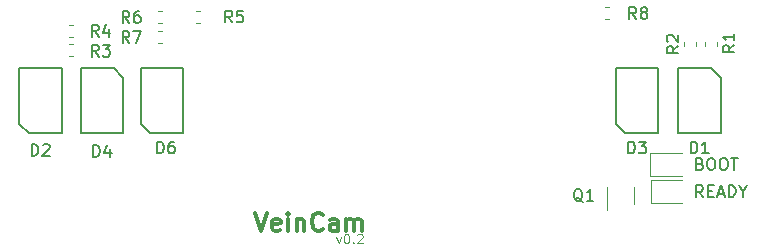
<source format=gto>
G04 #@! TF.GenerationSoftware,KiCad,Pcbnew,(5.1.0)-1*
G04 #@! TF.CreationDate,2019-03-23T08:53:22+11:00*
G04 #@! TF.ProjectId,VeinCamHatZero,5665696e-4361-46d4-9861-745a65726f2e,rev?*
G04 #@! TF.SameCoordinates,Original*
G04 #@! TF.FileFunction,Legend,Top*
G04 #@! TF.FilePolarity,Positive*
%FSLAX46Y46*%
G04 Gerber Fmt 4.6, Leading zero omitted, Abs format (unit mm)*
G04 Created by KiCad (PCBNEW (5.1.0)-1) date 2019-03-23 08:53:22*
%MOMM*%
%LPD*%
G04 APERTURE LIST*
%ADD10C,0.120000*%
%ADD11C,0.300000*%
%ADD12C,0.200000*%
%ADD13C,0.150000*%
G04 APERTURE END LIST*
D10*
X233557142Y-91528571D02*
X233747619Y-92061904D01*
X233938095Y-91528571D01*
X234395238Y-91261904D02*
X234471428Y-91261904D01*
X234547619Y-91300000D01*
X234585714Y-91338095D01*
X234623809Y-91414285D01*
X234661904Y-91566666D01*
X234661904Y-91757142D01*
X234623809Y-91909523D01*
X234585714Y-91985714D01*
X234547619Y-92023809D01*
X234471428Y-92061904D01*
X234395238Y-92061904D01*
X234319047Y-92023809D01*
X234280952Y-91985714D01*
X234242857Y-91909523D01*
X234204761Y-91757142D01*
X234204761Y-91566666D01*
X234242857Y-91414285D01*
X234280952Y-91338095D01*
X234319047Y-91300000D01*
X234395238Y-91261904D01*
X235004761Y-91985714D02*
X235042857Y-92023809D01*
X235004761Y-92061904D01*
X234966666Y-92023809D01*
X235004761Y-91985714D01*
X235004761Y-92061904D01*
X235347619Y-91338095D02*
X235385714Y-91300000D01*
X235461904Y-91261904D01*
X235652380Y-91261904D01*
X235728571Y-91300000D01*
X235766666Y-91338095D01*
X235804761Y-91414285D01*
X235804761Y-91490476D01*
X235766666Y-91604761D01*
X235309523Y-92061904D01*
X235804761Y-92061904D01*
D11*
X226692857Y-89478571D02*
X227192857Y-90978571D01*
X227692857Y-89478571D01*
X228764285Y-90907142D02*
X228621428Y-90978571D01*
X228335714Y-90978571D01*
X228192857Y-90907142D01*
X228121428Y-90764285D01*
X228121428Y-90192857D01*
X228192857Y-90050000D01*
X228335714Y-89978571D01*
X228621428Y-89978571D01*
X228764285Y-90050000D01*
X228835714Y-90192857D01*
X228835714Y-90335714D01*
X228121428Y-90478571D01*
X229478571Y-90978571D02*
X229478571Y-89978571D01*
X229478571Y-89478571D02*
X229407142Y-89550000D01*
X229478571Y-89621428D01*
X229550000Y-89550000D01*
X229478571Y-89478571D01*
X229478571Y-89621428D01*
X230192857Y-89978571D02*
X230192857Y-90978571D01*
X230192857Y-90121428D02*
X230264285Y-90050000D01*
X230407142Y-89978571D01*
X230621428Y-89978571D01*
X230764285Y-90050000D01*
X230835714Y-90192857D01*
X230835714Y-90978571D01*
X232407142Y-90835714D02*
X232335714Y-90907142D01*
X232121428Y-90978571D01*
X231978571Y-90978571D01*
X231764285Y-90907142D01*
X231621428Y-90764285D01*
X231550000Y-90621428D01*
X231478571Y-90335714D01*
X231478571Y-90121428D01*
X231550000Y-89835714D01*
X231621428Y-89692857D01*
X231764285Y-89550000D01*
X231978571Y-89478571D01*
X232121428Y-89478571D01*
X232335714Y-89550000D01*
X232407142Y-89621428D01*
X233692857Y-90978571D02*
X233692857Y-90192857D01*
X233621428Y-90050000D01*
X233478571Y-89978571D01*
X233192857Y-89978571D01*
X233050000Y-90050000D01*
X233692857Y-90907142D02*
X233550000Y-90978571D01*
X233192857Y-90978571D01*
X233050000Y-90907142D01*
X232978571Y-90764285D01*
X232978571Y-90621428D01*
X233050000Y-90478571D01*
X233192857Y-90407142D01*
X233550000Y-90407142D01*
X233692857Y-90335714D01*
X234407142Y-90978571D02*
X234407142Y-89978571D01*
X234407142Y-90121428D02*
X234478571Y-90050000D01*
X234621428Y-89978571D01*
X234835714Y-89978571D01*
X234978571Y-90050000D01*
X235050000Y-90192857D01*
X235050000Y-90978571D01*
X235050000Y-90192857D02*
X235121428Y-90050000D01*
X235264285Y-89978571D01*
X235478571Y-89978571D01*
X235621428Y-90050000D01*
X235692857Y-90192857D01*
X235692857Y-90978571D01*
D12*
X264342857Y-85328571D02*
X264485714Y-85376190D01*
X264533333Y-85423809D01*
X264580952Y-85519047D01*
X264580952Y-85661904D01*
X264533333Y-85757142D01*
X264485714Y-85804761D01*
X264390476Y-85852380D01*
X264009523Y-85852380D01*
X264009523Y-84852380D01*
X264342857Y-84852380D01*
X264438095Y-84900000D01*
X264485714Y-84947619D01*
X264533333Y-85042857D01*
X264533333Y-85138095D01*
X264485714Y-85233333D01*
X264438095Y-85280952D01*
X264342857Y-85328571D01*
X264009523Y-85328571D01*
X265200000Y-84852380D02*
X265390476Y-84852380D01*
X265485714Y-84900000D01*
X265580952Y-84995238D01*
X265628571Y-85185714D01*
X265628571Y-85519047D01*
X265580952Y-85709523D01*
X265485714Y-85804761D01*
X265390476Y-85852380D01*
X265200000Y-85852380D01*
X265104761Y-85804761D01*
X265009523Y-85709523D01*
X264961904Y-85519047D01*
X264961904Y-85185714D01*
X265009523Y-84995238D01*
X265104761Y-84900000D01*
X265200000Y-84852380D01*
X266247619Y-84852380D02*
X266438095Y-84852380D01*
X266533333Y-84900000D01*
X266628571Y-84995238D01*
X266676190Y-85185714D01*
X266676190Y-85519047D01*
X266628571Y-85709523D01*
X266533333Y-85804761D01*
X266438095Y-85852380D01*
X266247619Y-85852380D01*
X266152380Y-85804761D01*
X266057142Y-85709523D01*
X266009523Y-85519047D01*
X266009523Y-85185714D01*
X266057142Y-84995238D01*
X266152380Y-84900000D01*
X266247619Y-84852380D01*
X266961904Y-84852380D02*
X267533333Y-84852380D01*
X267247619Y-85852380D02*
X267247619Y-84852380D01*
X264600000Y-88152380D02*
X264266666Y-87676190D01*
X264028571Y-88152380D02*
X264028571Y-87152380D01*
X264409523Y-87152380D01*
X264504761Y-87200000D01*
X264552380Y-87247619D01*
X264600000Y-87342857D01*
X264600000Y-87485714D01*
X264552380Y-87580952D01*
X264504761Y-87628571D01*
X264409523Y-87676190D01*
X264028571Y-87676190D01*
X265028571Y-87628571D02*
X265361904Y-87628571D01*
X265504761Y-88152380D02*
X265028571Y-88152380D01*
X265028571Y-87152380D01*
X265504761Y-87152380D01*
X265885714Y-87866666D02*
X266361904Y-87866666D01*
X265790476Y-88152380D02*
X266123809Y-87152380D01*
X266457142Y-88152380D01*
X266790476Y-88152380D02*
X266790476Y-87152380D01*
X267028571Y-87152380D01*
X267171428Y-87200000D01*
X267266666Y-87295238D01*
X267314285Y-87390476D01*
X267361904Y-87580952D01*
X267361904Y-87723809D01*
X267314285Y-87914285D01*
X267266666Y-88009523D01*
X267171428Y-88104761D01*
X267028571Y-88152380D01*
X266790476Y-88152380D01*
X267980952Y-87676190D02*
X267980952Y-88152380D01*
X267647619Y-87152380D02*
X267980952Y-87676190D01*
X268314285Y-87152380D01*
D10*
X262845001Y-86730001D02*
X260160001Y-86730001D01*
X260160001Y-86730001D02*
X260160001Y-88650001D01*
X260160001Y-88650001D02*
X262845001Y-88650001D01*
X260115000Y-86360000D02*
X262800000Y-86360000D01*
X260115000Y-84440000D02*
X260115000Y-86360000D01*
X262800000Y-84440000D02*
X260115000Y-84440000D01*
X256440000Y-87300000D02*
X256440000Y-89200000D01*
X258760000Y-88700000D02*
X258760000Y-87300000D01*
X264790000Y-75362779D02*
X264790000Y-75037221D01*
X265810000Y-75362779D02*
X265810000Y-75037221D01*
X264010000Y-75362779D02*
X264010000Y-75037221D01*
X262990000Y-75362779D02*
X262990000Y-75037221D01*
X210937221Y-75190000D02*
X211262779Y-75190000D01*
X210937221Y-76210000D02*
X211262779Y-76210000D01*
X210937221Y-74610000D02*
X211262779Y-74610000D01*
X210937221Y-73590000D02*
X211262779Y-73590000D01*
X221975279Y-72390000D02*
X221649721Y-72390000D01*
X221975279Y-73410000D02*
X221649721Y-73410000D01*
X218498322Y-72390000D02*
X218823880Y-72390000D01*
X218498322Y-73410000D02*
X218823880Y-73410000D01*
X218498322Y-75110000D02*
X218823880Y-75110000D01*
X218498322Y-74090000D02*
X218823880Y-74090000D01*
X256337221Y-72090000D02*
X256662779Y-72090000D01*
X256337221Y-73110000D02*
X256662779Y-73110000D01*
D13*
X265300000Y-77250000D02*
X266100000Y-78050000D01*
X266100000Y-78050000D02*
X266100000Y-82750000D01*
X266100000Y-82750000D02*
X262500000Y-82750000D01*
X262500000Y-82750000D02*
X262500000Y-77250000D01*
X262500000Y-77250000D02*
X265300000Y-77250000D01*
X207500000Y-82750000D02*
X206700000Y-81950000D01*
X206700000Y-81950000D02*
X206700000Y-77250000D01*
X206700000Y-77250000D02*
X210300000Y-77250000D01*
X210300000Y-77250000D02*
X210300000Y-82750000D01*
X210300000Y-82750000D02*
X207500000Y-82750000D01*
X260800000Y-82750000D02*
X258000000Y-82750000D01*
X260800000Y-77250000D02*
X260800000Y-82750000D01*
X257200000Y-77250000D02*
X260800000Y-77250000D01*
X257200000Y-81950000D02*
X257200000Y-77250000D01*
X258000000Y-82750000D02*
X257200000Y-81950000D01*
X211900000Y-77250000D02*
X214700000Y-77250000D01*
X211900000Y-82750000D02*
X211900000Y-77250000D01*
X215500000Y-82750000D02*
X211900000Y-82750000D01*
X215500000Y-78050000D02*
X215500000Y-82750000D01*
X214700000Y-77250000D02*
X215500000Y-78050000D01*
X217800000Y-82750000D02*
X217000000Y-81950000D01*
X217000000Y-81950000D02*
X217000000Y-77250000D01*
X217000000Y-77250000D02*
X220600000Y-77250000D01*
X220600000Y-77250000D02*
X220600000Y-82750000D01*
X220600000Y-82750000D02*
X217800000Y-82750000D01*
X254404761Y-88547619D02*
X254309523Y-88500000D01*
X254214285Y-88404761D01*
X254071428Y-88261904D01*
X253976190Y-88214285D01*
X253880952Y-88214285D01*
X253928571Y-88452380D02*
X253833333Y-88404761D01*
X253738095Y-88309523D01*
X253690476Y-88119047D01*
X253690476Y-87785714D01*
X253738095Y-87595238D01*
X253833333Y-87500000D01*
X253928571Y-87452380D01*
X254119047Y-87452380D01*
X254214285Y-87500000D01*
X254309523Y-87595238D01*
X254357142Y-87785714D01*
X254357142Y-88119047D01*
X254309523Y-88309523D01*
X254214285Y-88404761D01*
X254119047Y-88452380D01*
X253928571Y-88452380D01*
X255309523Y-88452380D02*
X254738095Y-88452380D01*
X255023809Y-88452380D02*
X255023809Y-87452380D01*
X254928571Y-87595238D01*
X254833333Y-87690476D01*
X254738095Y-87738095D01*
X267252380Y-75266666D02*
X266776190Y-75600000D01*
X267252380Y-75838095D02*
X266252380Y-75838095D01*
X266252380Y-75457142D01*
X266300000Y-75361904D01*
X266347619Y-75314285D01*
X266442857Y-75266666D01*
X266585714Y-75266666D01*
X266680952Y-75314285D01*
X266728571Y-75361904D01*
X266776190Y-75457142D01*
X266776190Y-75838095D01*
X267252380Y-74314285D02*
X267252380Y-74885714D01*
X267252380Y-74600000D02*
X266252380Y-74600000D01*
X266395238Y-74695238D01*
X266490476Y-74790476D01*
X266538095Y-74885714D01*
X262522380Y-75366666D02*
X262046190Y-75700000D01*
X262522380Y-75938095D02*
X261522380Y-75938095D01*
X261522380Y-75557142D01*
X261570000Y-75461904D01*
X261617619Y-75414285D01*
X261712857Y-75366666D01*
X261855714Y-75366666D01*
X261950952Y-75414285D01*
X261998571Y-75461904D01*
X262046190Y-75557142D01*
X262046190Y-75938095D01*
X261617619Y-74985714D02*
X261570000Y-74938095D01*
X261522380Y-74842857D01*
X261522380Y-74604761D01*
X261570000Y-74509523D01*
X261617619Y-74461904D01*
X261712857Y-74414285D01*
X261808095Y-74414285D01*
X261950952Y-74461904D01*
X262522380Y-75033333D01*
X262522380Y-74414285D01*
X213433333Y-76252380D02*
X213100000Y-75776190D01*
X212861904Y-76252380D02*
X212861904Y-75252380D01*
X213242857Y-75252380D01*
X213338095Y-75300000D01*
X213385714Y-75347619D01*
X213433333Y-75442857D01*
X213433333Y-75585714D01*
X213385714Y-75680952D01*
X213338095Y-75728571D01*
X213242857Y-75776190D01*
X212861904Y-75776190D01*
X213766666Y-75252380D02*
X214385714Y-75252380D01*
X214052380Y-75633333D01*
X214195238Y-75633333D01*
X214290476Y-75680952D01*
X214338095Y-75728571D01*
X214385714Y-75823809D01*
X214385714Y-76061904D01*
X214338095Y-76157142D01*
X214290476Y-76204761D01*
X214195238Y-76252380D01*
X213909523Y-76252380D01*
X213814285Y-76204761D01*
X213766666Y-76157142D01*
X213433333Y-74552380D02*
X213100000Y-74076190D01*
X212861904Y-74552380D02*
X212861904Y-73552380D01*
X213242857Y-73552380D01*
X213338095Y-73600000D01*
X213385714Y-73647619D01*
X213433333Y-73742857D01*
X213433333Y-73885714D01*
X213385714Y-73980952D01*
X213338095Y-74028571D01*
X213242857Y-74076190D01*
X212861904Y-74076190D01*
X214290476Y-73885714D02*
X214290476Y-74552380D01*
X214052380Y-73504761D02*
X213814285Y-74219047D01*
X214433333Y-74219047D01*
X224733333Y-73352380D02*
X224400000Y-72876190D01*
X224161904Y-73352380D02*
X224161904Y-72352380D01*
X224542857Y-72352380D01*
X224638095Y-72400000D01*
X224685714Y-72447619D01*
X224733333Y-72542857D01*
X224733333Y-72685714D01*
X224685714Y-72780952D01*
X224638095Y-72828571D01*
X224542857Y-72876190D01*
X224161904Y-72876190D01*
X225638095Y-72352380D02*
X225161904Y-72352380D01*
X225114285Y-72828571D01*
X225161904Y-72780952D01*
X225257142Y-72733333D01*
X225495238Y-72733333D01*
X225590476Y-72780952D01*
X225638095Y-72828571D01*
X225685714Y-72923809D01*
X225685714Y-73161904D01*
X225638095Y-73257142D01*
X225590476Y-73304761D01*
X225495238Y-73352380D01*
X225257142Y-73352380D01*
X225161904Y-73304761D01*
X225114285Y-73257142D01*
X216033333Y-73389342D02*
X215700000Y-72913152D01*
X215461904Y-73389342D02*
X215461904Y-72389342D01*
X215842857Y-72389342D01*
X215938095Y-72436962D01*
X215985714Y-72484581D01*
X216033333Y-72579819D01*
X216033333Y-72722676D01*
X215985714Y-72817914D01*
X215938095Y-72865533D01*
X215842857Y-72913152D01*
X215461904Y-72913152D01*
X216890476Y-72389342D02*
X216700000Y-72389342D01*
X216604761Y-72436962D01*
X216557142Y-72484581D01*
X216461904Y-72627438D01*
X216414285Y-72817914D01*
X216414285Y-73198866D01*
X216461904Y-73294104D01*
X216509523Y-73341723D01*
X216604761Y-73389342D01*
X216795238Y-73389342D01*
X216890476Y-73341723D01*
X216938095Y-73294104D01*
X216985714Y-73198866D01*
X216985714Y-72960771D01*
X216938095Y-72865533D01*
X216890476Y-72817914D01*
X216795238Y-72770295D01*
X216604761Y-72770295D01*
X216509523Y-72817914D01*
X216461904Y-72865533D01*
X216414285Y-72960771D01*
X216033333Y-75089342D02*
X215700000Y-74613152D01*
X215461904Y-75089342D02*
X215461904Y-74089342D01*
X215842857Y-74089342D01*
X215938095Y-74136962D01*
X215985714Y-74184581D01*
X216033333Y-74279819D01*
X216033333Y-74422676D01*
X215985714Y-74517914D01*
X215938095Y-74565533D01*
X215842857Y-74613152D01*
X215461904Y-74613152D01*
X216366666Y-74089342D02*
X217033333Y-74089342D01*
X216604761Y-75089342D01*
X258933333Y-73052380D02*
X258600000Y-72576190D01*
X258361904Y-73052380D02*
X258361904Y-72052380D01*
X258742857Y-72052380D01*
X258838095Y-72100000D01*
X258885714Y-72147619D01*
X258933333Y-72242857D01*
X258933333Y-72385714D01*
X258885714Y-72480952D01*
X258838095Y-72528571D01*
X258742857Y-72576190D01*
X258361904Y-72576190D01*
X259504761Y-72480952D02*
X259409523Y-72433333D01*
X259361904Y-72385714D01*
X259314285Y-72290476D01*
X259314285Y-72242857D01*
X259361904Y-72147619D01*
X259409523Y-72100000D01*
X259504761Y-72052380D01*
X259695238Y-72052380D01*
X259790476Y-72100000D01*
X259838095Y-72147619D01*
X259885714Y-72242857D01*
X259885714Y-72290476D01*
X259838095Y-72385714D01*
X259790476Y-72433333D01*
X259695238Y-72480952D01*
X259504761Y-72480952D01*
X259409523Y-72528571D01*
X259361904Y-72576190D01*
X259314285Y-72671428D01*
X259314285Y-72861904D01*
X259361904Y-72957142D01*
X259409523Y-73004761D01*
X259504761Y-73052380D01*
X259695238Y-73052380D01*
X259790476Y-73004761D01*
X259838095Y-72957142D01*
X259885714Y-72861904D01*
X259885714Y-72671428D01*
X259838095Y-72576190D01*
X259790476Y-72528571D01*
X259695238Y-72480952D01*
X263561904Y-84452380D02*
X263561904Y-83452380D01*
X263800000Y-83452380D01*
X263942857Y-83500000D01*
X264038095Y-83595238D01*
X264085714Y-83690476D01*
X264133333Y-83880952D01*
X264133333Y-84023809D01*
X264085714Y-84214285D01*
X264038095Y-84309523D01*
X263942857Y-84404761D01*
X263800000Y-84452380D01*
X263561904Y-84452380D01*
X265085714Y-84452380D02*
X264514285Y-84452380D01*
X264800000Y-84452380D02*
X264800000Y-83452380D01*
X264704761Y-83595238D01*
X264609523Y-83690476D01*
X264514285Y-83738095D01*
X207761904Y-84652380D02*
X207761904Y-83652380D01*
X208000000Y-83652380D01*
X208142857Y-83700000D01*
X208238095Y-83795238D01*
X208285714Y-83890476D01*
X208333333Y-84080952D01*
X208333333Y-84223809D01*
X208285714Y-84414285D01*
X208238095Y-84509523D01*
X208142857Y-84604761D01*
X208000000Y-84652380D01*
X207761904Y-84652380D01*
X208714285Y-83747619D02*
X208761904Y-83700000D01*
X208857142Y-83652380D01*
X209095238Y-83652380D01*
X209190476Y-83700000D01*
X209238095Y-83747619D01*
X209285714Y-83842857D01*
X209285714Y-83938095D01*
X209238095Y-84080952D01*
X208666666Y-84652380D01*
X209285714Y-84652380D01*
X258261904Y-84452380D02*
X258261904Y-83452380D01*
X258500000Y-83452380D01*
X258642857Y-83500000D01*
X258738095Y-83595238D01*
X258785714Y-83690476D01*
X258833333Y-83880952D01*
X258833333Y-84023809D01*
X258785714Y-84214285D01*
X258738095Y-84309523D01*
X258642857Y-84404761D01*
X258500000Y-84452380D01*
X258261904Y-84452380D01*
X259166666Y-83452380D02*
X259785714Y-83452380D01*
X259452380Y-83833333D01*
X259595238Y-83833333D01*
X259690476Y-83880952D01*
X259738095Y-83928571D01*
X259785714Y-84023809D01*
X259785714Y-84261904D01*
X259738095Y-84357142D01*
X259690476Y-84404761D01*
X259595238Y-84452380D01*
X259309523Y-84452380D01*
X259214285Y-84404761D01*
X259166666Y-84357142D01*
X212961904Y-84752380D02*
X212961904Y-83752380D01*
X213200000Y-83752380D01*
X213342857Y-83800000D01*
X213438095Y-83895238D01*
X213485714Y-83990476D01*
X213533333Y-84180952D01*
X213533333Y-84323809D01*
X213485714Y-84514285D01*
X213438095Y-84609523D01*
X213342857Y-84704761D01*
X213200000Y-84752380D01*
X212961904Y-84752380D01*
X214390476Y-84085714D02*
X214390476Y-84752380D01*
X214152380Y-83704761D02*
X213914285Y-84419047D01*
X214533333Y-84419047D01*
X218361904Y-84452380D02*
X218361904Y-83452380D01*
X218600000Y-83452380D01*
X218742857Y-83500000D01*
X218838095Y-83595238D01*
X218885714Y-83690476D01*
X218933333Y-83880952D01*
X218933333Y-84023809D01*
X218885714Y-84214285D01*
X218838095Y-84309523D01*
X218742857Y-84404761D01*
X218600000Y-84452380D01*
X218361904Y-84452380D01*
X219790476Y-83452380D02*
X219600000Y-83452380D01*
X219504761Y-83500000D01*
X219457142Y-83547619D01*
X219361904Y-83690476D01*
X219314285Y-83880952D01*
X219314285Y-84261904D01*
X219361904Y-84357142D01*
X219409523Y-84404761D01*
X219504761Y-84452380D01*
X219695238Y-84452380D01*
X219790476Y-84404761D01*
X219838095Y-84357142D01*
X219885714Y-84261904D01*
X219885714Y-84023809D01*
X219838095Y-83928571D01*
X219790476Y-83880952D01*
X219695238Y-83833333D01*
X219504761Y-83833333D01*
X219409523Y-83880952D01*
X219361904Y-83928571D01*
X219314285Y-84023809D01*
M02*

</source>
